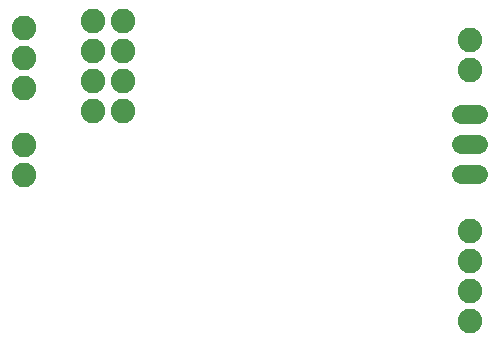
<source format=gbs>
G75*
%MOIN*%
%OFA0B0*%
%FSLAX24Y24*%
%IPPOS*%
%LPD*%
%AMOC8*
5,1,8,0,0,1.08239X$1,22.5*
%
%ADD10C,0.0640*%
%ADD11C,0.0820*%
D10*
X016549Y006313D02*
X017109Y006313D01*
X017109Y007313D02*
X016549Y007313D01*
X016549Y008313D02*
X017109Y008313D01*
D11*
X001979Y006273D03*
X001979Y007273D03*
X004279Y008413D03*
X005279Y008413D03*
X005279Y009413D03*
X004279Y009413D03*
X004279Y010413D03*
X005279Y010413D03*
X005279Y011413D03*
X004279Y011413D03*
X001979Y011163D03*
X001979Y010163D03*
X001979Y009163D03*
X016829Y009763D03*
X016829Y010763D03*
X016829Y004413D03*
X016829Y003413D03*
X016829Y002413D03*
X016829Y001413D03*
M02*

</source>
